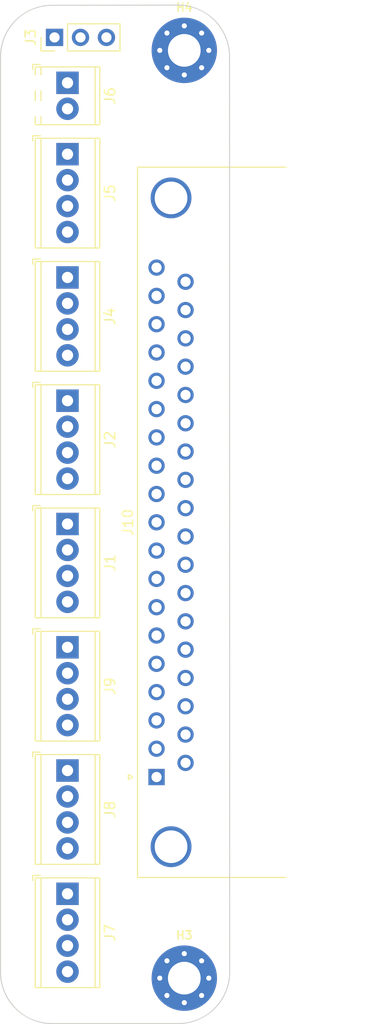
<source format=kicad_pcb>
(kicad_pcb (version 20211014) (generator pcbnew)
  (layers (0 "F.Cu" signal) (31 "B.Cu" signal) (34 "B.Paste" user) (35 "F.Paste" user) (36 "B.SilkS" user "B.Silkscreen") (37 "F.SilkS" user "F.Silkscreen") (38 "B.Mask" user) (39 "F.Mask" user) (44 "Edge.Cuts" user))
  (net 0 "")
  (net 1 "/D3_VCC")
  (net 2 "/D3_GND")
  (net 3 "/D3_LC-")
  (net 4 "/D3_LC+")
  (net 5 "/D4_VCC")
  (net 6 "/D4_GND")
  (net 7 "/D4_LC-")
  (net 8 "/D4_LC+")
  (net 9 "/PWM_SERVO")
  (net 10 "/SERVO_VCC")
  (net 11 "/D5_VCC")
  (net 12 "/D5_GND")
  (net 13 "/LIMIT_SWITCH")
  (net 14 "/D5_LC-")
  (net 15 "/D5_LC+")
  (net 16 "/D6_VCC")
  (net 17 "/D6_GND")
  (net 18 "/D6_LC-")
  (net 19 "/D6_LC+")
  (net 20 "/LS_GND")
  (net 21 "/D0_VCC")
  (net 22 "/D0_GND")
  (net 23 "/D0_LC-")
  (net 24 "/D0_LC+")
  (net 25 "/D1_VCC")
  (net 26 "/D1_GND")
  (net 27 "/D1_LC-")
  (net 28 "/D1_LC+")
  (net 29 "/D2_VCC")
  (net 30 "/D2_GND")
  (net 31 "/D2_LC-")
  (net 32 "/D2_LC+")
  (net 37 "/SERVO_GND")
  (net 38 "GND")
  (footprint "MountingHole:MountingHole_3.2mm_M3_Pad_Via" (layer "F.Cu") (at 212.09 137.16)
    (fp_text reference "H3" (at 0 -4.2) (layer "F.SilkS") (effects (font (size 0.8 0.8))))
    (fp_text value "MountingHole_M3" hide)
    (pad "1" thru_hole circle (at 2.4 0) (size 0.8 0.8) (drill 0.5) (layers *.Cu *.Mask))
    (pad "1" thru_hole circle (at -1.697056 1.697056) (size 0.8 0.8) (drill 0.5) (layers *.Cu *.Mask))
    (pad "1" thru_hole circle (at 0 -2.4) (size 0.8 0.8) (drill 0.5) (layers *.Cu *.Mask))
    (pad "1" thru_hole circle (at -1.697056 -1.697056) (size 0.8 0.8) (drill 0.5) (layers *.Cu *.Mask))
    (pad "1" thru_hole circle (at 1.697056 -1.697056) (size 0.8 0.8) (drill 0.5) (layers *.Cu *.Mask))
    (pad "1" thru_hole circle (at 0 2.4) (size 0.8 0.8) (drill 0.5) (layers *.Cu *.Mask))
    (pad "1" thru_hole circle (at 1.697056 1.697056) (size 0.8 0.8) (drill 0.5) (layers *.Cu *.Mask))
    (pad "1" thru_hole circle (at -2.4 0) (size 0.8 0.8) (drill 0.5) (layers *.Cu *.Mask))
    (pad "1" thru_hole circle (at 0 0) (size 6.4 6.4) (drill 3.2) (layers *.Cu *.Mask))
  )
  (footprint "TerminalBlock_Phoenix:TerminalBlock_Phoenix_MPT-0,5-4-2.54_1x04_P2.54mm_Horizontal" (layer "F.Cu") (at 200.66 68.58 -90)
    (fp_text reference "J4" (at 3.81 -4.16 -90) (layer "F.SilkS"))
    (fp_text value "D5")
    (fp_line (start -1.56 -3.16) (end -1.56 3.16) (layer "F.SilkS") (width 0.12))
    (fp_line (start -1.56 2.6) (end 9.18 2.6) (layer "F.SilkS") (width 0.12))
    (fp_line (start -1.56 -3.16) (end 9.18 -3.16) (layer "F.SilkS") (width 0.12))
    (fp_line (start -1.8 2.66) (end -1.8 3.4) (layer "F.SilkS") (width 0.12))
    (fp_line (start -1.8 3.4) (end -1.3 3.4) (layer "F.SilkS") (width 0.12))
    (fp_line (start 9.18 -3.16) (end 9.18 3.16) (layer "F.SilkS") (width 0.12))
    (fp_line (start -1.56 3.16) (end 9.18 3.16) (layer "F.SilkS") (width 0.12))
    (fp_line (start -1.56 -2.7) (end 9.18 -2.7) (layer "F.SilkS") (width 0.12))
    (pad "1" thru_hole rect locked (at 0 0 270) (size 2.2 2.2) (drill 1.1) (layers *.Cu *.Mask) (net 15 "/D5_LC+"))
    (pad "2" thru_hole circle locked (at 2.54 0 270) (size 2.2 2.2) (drill 1.1) (layers *.Cu *.Mask) (net 14 "/D5_LC-"))
    (pad "3" thru_hole circle locked (at 5.08 0 270) (size 2.2 2.2) (drill 1.1) (layers *.Cu *.Mask) (net 12 "/D5_GND"))
    (pad "4" thru_hole circle locked (at 7.62 0 270) (size 2.2 2.2) (drill 1.1) (layers *.Cu *.Mask) (net 11 "/D5_VCC"))
  )
  (footprint "TerminalBlock_Phoenix:TerminalBlock_Phoenix_MPT-0,5-4-2.54_1x04_P2.54mm_Horizontal" (layer "F.Cu") (at 200.66 128.905 -90)
    (fp_text reference "J7" (at 3.81 -4.16 -90) (layer "F.SilkS"))
    (fp_text value "D0")
    (fp_line (start -1.8 3.4) (end -1.3 3.4) (layer "F.SilkS") (width 0.12))
    (fp_line (start -1.56 2.6) (end 9.18 2.6) (layer "F.SilkS") (width 0.12))
    (fp_line (start -1.8 2.66) (end -1.8 3.4) (layer "F.SilkS") (width 0.12))
    (fp_line (start -1.56 3.16) (end 9.18 3.16) (layer "F.SilkS") (width 0.12))
    (fp_line (start -1.56 -3.16) (end 9.18 -3.16) (layer "F.SilkS") (width 0.12))
    (fp_line (start 9.18 -3.16) (end 9.18 3.16) (layer "F.SilkS") (width 0.12))
    (fp_line (start -1.56 -3.16) (end -1.56 3.16) (layer "F.SilkS") (width 0.12))
    (fp_line (start -1.56 -2.7) (end 9.18 -2.7) (layer "F.SilkS") (width 0.12))
    (pad "1" thru_hole rect locked (at 0 0 270) (size 2.2 2.2) (drill 1.1) (layers *.Cu *.Mask) (net 24 "/D0_LC+"))
    (pad "2" thru_hole circle locked (at 2.54 0 270) (size 2.2 2.2) (drill 1.1) (layers *.Cu *.Mask) (net 23 "/D0_LC-"))
    (pad "3" thru_hole circle locked (at 5.08 0 270) (size 2.2 2.2) (drill 1.1) (layers *.Cu *.Mask) (net 22 "/D0_GND"))
    (pad "4" thru_hole circle locked (at 7.62 0 270) (size 2.2 2.2) (drill 1.1) (layers *.Cu *.Mask) (net 21 "/D0_VCC"))
  )
  (footprint "TerminalBlock_Phoenix:TerminalBlock_Phoenix_MPT-0,5-4-2.54_1x04_P2.54mm_Horizontal" (layer "F.Cu") (at 200.66 56.515 -90)
    (fp_text reference "J5" (at 3.81 -4.16 -90) (layer "F.SilkS"))
    (fp_text value "D6")
    (fp_line (start -1.56 -3.16) (end 9.18 -3.16) (layer "F.SilkS") (width 0.12))
    (fp_line (start -1.56 -2.7) (end 9.18 -2.7) (layer "F.SilkS") (width 0.12))
    (fp_line (start -1.56 3.16) (end 9.18 3.16) (layer "F.SilkS") (width 0.12))
    (fp_line (start -1.8 2.66) (end -1.8 3.4) (layer "F.SilkS") (width 0.12))
    (fp_line (start -1.56 2.6) (end 9.18 2.6) (layer "F.SilkS") (width 0.12))
    (fp_line (start -1.8 3.4) (end -1.3 3.4) (layer "F.SilkS") (width 0.12))
    (fp_line (start 9.18 -3.16) (end 9.18 3.16) (layer "F.SilkS") (width 0.12))
    (fp_line (start -1.56 -3.16) (end -1.56 3.16) (layer "F.SilkS") (width 0.12))
    (pad "1" thru_hole rect locked (at 0 0 270) (size 2.2 2.2) (drill 1.1) (layers *.Cu *.Mask) (net 19 "/D6_LC+"))
    (pad "2" thru_hole circle locked (at 2.54 0 270) (size 2.2 2.2) (drill 1.1) (layers *.Cu *.Mask) (net 18 "/D6_LC-"))
    (pad "3" thru_hole circle locked (at 5.08 0 270) (size 2.2 2.2) (drill 1.1) (layers *.Cu *.Mask) (net 17 "/D6_GND"))
    (pad "4" thru_hole circle locked (at 7.62 0 270) (size 2.2 2.2) (drill 1.1) (layers *.Cu *.Mask) (net 16 "/D6_VCC"))
  )
  (footprint "TerminalBlock_Phoenix:TerminalBlock_Phoenix_MPT-0,5-4-2.54_1x04_P2.54mm_Horizontal" (layer "F.Cu") (at 200.66 116.84 -90)
    (fp_text reference "J8" (at 3.81 -4.16 -90) (layer "F.SilkS"))
    (fp_text value "D1")
    (fp_line (start -1.56 2.6) (end 9.18 2.6) (layer "F.SilkS") (width 0.12))
    (fp_line (start 9.18 -3.16) (end 9.18 3.16) (layer "F.SilkS") (width 0.12))
    (fp_line (start -1.8 2.66) (end -1.8 3.4) (layer "F.SilkS") (width 0.12))
    (fp_line (start -1.8 3.4) (end -1.3 3.4) (layer "F.SilkS") (width 0.12))
    (fp_line (start -1.56 3.16) (end 9.18 3.16) (layer "F.SilkS") (width 0.12))
    (fp_line (start -1.56 -3.16) (end 9.18 -3.16) (layer "F.SilkS") (width 0.12))
    (fp_line (start -1.56 -2.7) (end 9.18 -2.7) (layer "F.SilkS") (width 0.12))
    (fp_line (start -1.56 -3.16) (end -1.56 3.16) (layer "F.SilkS") (width 0.12))
    (pad "1" thru_hole rect locked (at 0 0 270) (size 2.2 2.2) (drill 1.1) (layers *.Cu *.Mask) (net 28 "/D1_LC+"))
    (pad "2" thru_hole circle locked (at 2.54 0 270) (size 2.2 2.2) (drill 1.1) (layers *.Cu *.Mask) (net 27 "/D1_LC-"))
    (pad "3" thru_hole circle locked (at 5.08 0 270) (size 2.2 2.2) (drill 1.1) (layers *.Cu *.Mask) (net 26 "/D1_GND"))
    (pad "4" thru_hole circle locked (at 7.62 0 270) (size 2.2 2.2) (drill 1.1) (layers *.Cu *.Mask) (net 25 "/D1_VCC"))
  )
  (footprint "Connector_Dsub:DSUB-37_Male_Horizontal_P2.77x2.84mm_EdgePinOffset9.90mm_Housed_MountingHolesOffset11.32mm" (layer "F.Cu") (at 209.374669 117.475 90)
    (fp_text reference "J10" (at 24.93 -2.8 90) (layer "F.SilkS"))
    (fp_text value "Truss Connector")
    (fp_line (start 0 -2.321325) (end -0.25 -2.754338) (layer "F.SilkS") (width 0.12))
    (fp_line (start -9.83 12.68) (end -9.83 -1.86) (layer "F.SilkS") (width 0.12))
    (fp_line (start 59.69 -1.86) (end 59.69 12.68) (layer "F.SilkS") (width 0.12))
    (fp_line (start 0.25 -2.754338) (end 0 -2.321325) (layer "F.SilkS") (width 0.12))
    (fp_line (start -9.83 -1.86) (end 59.69 -1.86) (layer "F.SilkS") (width 0.12))
    (fp_line (start -0.25 -2.754338) (end 0.25 -2.754338) (layer "F.SilkS") (width 0.12))
    (pad "0" thru_hole circle locked (at -6.82 1.42 90) (size 4 4) (drill 3.2) (layers *.Cu *.Mask) (net 38 "GND"))
    (pad "0" thru_hole circle locked (at 56.68 1.42 90) (size 4 4) (drill 3.2) (layers *.Cu *.Mask) (net 38 "GND"))
    (pad "1" thru_hole rect locked (at 0 0 90) (size 1.6 1.6) (drill 1) (layers *.Cu *.Mask) (net 21 "/D0_VCC"))
    (pad "2" thru_hole circle locked (at 2.77 0 90) (size 1.6 1.6) (drill 1) (layers *.Cu *.Mask) (net 23 "/D0_LC-"))
    (pad "3" thru_hole circle locked (at 5.54 0 90) (size 1.6 1.6) (drill 1) (layers *.Cu *.Mask) (net 25 "/D1_VCC"))
    (pad "4" thru_hole circle locked (at 8.31 0 90) (size 1.6 1.6) (drill 1) (layers *.Cu *.Mask) (net 27 "/D1_LC-"))
    (pad "5" thru_hole circle locked (at 11.08 0 90) (size 1.6 1.6) (drill 1) (layers *.Cu *.Mask) (net 29 "/D2_VCC"))
    (pad "6" thru_hole circle locked (at 13.85 0 90) (size 1.6 1.6) (drill 1) (layers *.Cu *.Mask) (net 31 "/D2_LC-"))
    (pad "7" thru_hole circle locked (at 16.62 0 90) (size 1.6 1.6) (drill 1) (layers *.Cu *.Mask) (net 1 "/D3_VCC"))
    (pad "8" thru_hole circle locked (at 19.39 0 90) (size 1.6 1.6) (drill 1) (layers *.Cu *.Mask) (net 3 "/D3_LC-"))
    (pad "9" thru_hole circle locked (at 22.16 0 90) (size 1.6 1.6) (drill 1) (layers *.Cu *.Mask) (net 5 "/D4_VCC"))
    (pad "10" thru_hole circle locked (at 24.93 0 90) (size 1.6 1.6) (drill 1) (layers *.Cu *.Mask) (net 7 "/D4_LC-"))
    (pad "11" thru_hole circle locked (at 27.7 0 90) (size 1.6 1.6) (drill 1) (layers *.Cu *.Mask) (net 11 "/D5_VCC"))
    (pad "12" thru_hole circle locked (at 30.47 0 90) (size 1.6 1.6) (drill 1) (layers *.Cu *.Mask) (net 14 "/D5_LC-"))
    (pad "13" thru_hole circle locked (at 33.24 0 90) (size 1.6 1.6) (drill 1) (layers *.Cu *.Mask) (net 16 "/D6_VCC"))
    (pad "14" thru_hole circle locked (at 36.01 0 90) (size 1.6 1.6) (drill 1) (layers *.Cu *.Mask) (net 18 "/D6_LC-"))
    (pad "15" thru_hole circle locked (at 38.78 0 90) (size 1.6 1.6) (drill 1) (layers *.Cu *.Mask))
    (pad "16" thru_hole circle locked (at 41.55 0 90) (size 1.6 1.6) (drill 1) (layers *.Cu *.Mask))
    (pad "17" thru_hole circle locked (at 44.32 0 90) (size 1.6 1.6) (drill 1) (layers *.Cu *.Mask) (net 13 "/LIMIT_SWITCH"))
    (pad "18" thru_hole circle locked (at 47.09 0 90) (size 1.6 1.6) (drill 1) (layers *.Cu *.Mask) (net 9 "/PWM_SERVO"))
    (pad "19" thru_hole circle locked (at 49.86 0 90) (size 1.6 1.6) (drill 1) (layers *.Cu *.Mask) (net 37 "/SERVO_GND"))
    (pad "20" thru_hole circle locked (at 1.385 2.84 90) (size 1.6 1.6) (drill 1) (layers *.Cu *.Mask) (net 22 "/D0_GND"))
    (pad "21" thru_hole circle locked (at 4.155 2.84 90) (size 1.6 1.6) (drill 1) (layers *.Cu *.Mask) (net 24 "/D0_LC+"))
    (pad "22" thru_hole circle locked (at 6.925 2.84 90) (size 1.6 1.6) (drill 1) (layers *.Cu *.Mask) (net 26 "/D1_GND"))
    (pad "23" thru_hole circle locked (at 9.695 2.84 90) (size 1.6 1.6) (drill 1) (layers *.Cu *.Mask) (net 28 "/D1_LC+"))
    (pad "24" thru_hole circle locked (at 12.465 2.84 90) (size 1.6 1.6) (drill 1) (layers *.Cu *.Mask) (net 30 "/D2_GND"))
    (pad "25" thru_hole circle locked (at 15.235 2.84 90) (size 1.6 1.6) (drill 1) (layers *.Cu *.Mask) (net 32 "/D2_LC+"))
    (pad "26" thru_hole circle locked (at 18.005 2.84 90) (size 1.6 1.6) (drill 1) (layers *.Cu *.Mask) (net 2 "/D3_GND"))
    (pad "27" thru_hole circle locked (at 20.775 2.84 90) (size 1.6 1.6) (drill 1) (layers *.Cu *.Mask) (net 4 "/D3_LC+"))
    (pad "28" thru_hole circle locked (at 23.545 2.84 90) (size 1.6 1.6) (drill 1) (layers *.Cu *.Mask) (net 6 "/D4_GND"))
    (pad "29" thru_hole circle locked (at 26.315 2.84 90) (size 1.6 1.6) (drill 1) (layers *.Cu *.Mask) (net 8 "/D4_LC+"))
    (pad "30" thru_hole circle locked (at 29.085 2.84 90) (size 1.6 1.6) (drill 1) (layers *.Cu *.Mask) (net 12 "/D5_GND"))
    (pad "31" thru_hole circle locked (at 31.855 2.84 90) (size 1.6 1.6) (drill 1) (layers *.Cu *.Mask) (net 15 "/D5_LC+"))
    (pad "32" thru_hole circle locked (at 34.625 2.84 90) (size 1.6 1.6) (drill 1) (layers *.Cu *.Mask) (net 17 "/D6_GND"))
    (pad "33" thru_hole circle locked (at 37.395 2.84 90) (size 1.6 1.6) (drill 1) (layers *.Cu *.Mask) (net 19 "/D6_LC+"))
    (pad "34" thru_hole circle locked (at 40.165 2.84 90) (size 1.6 1.6) (drill 1) (layers *.Cu *.Mask))
    (pad "35" thru_hole circle locked (at 42.935 2.84 90) (size 1.6 1.6) (drill 1) (layers *.Cu *.Mask))
    (pad "36" thru_hole circle locked (at 45.705 2.84 90) (size 1.6 1.6) (drill 1) (layers *.Cu *.Mask) (net 20 "/LS_GND"))
    (pad "37" thru_hole circle locked (at 48.475 2.84 90) (size 1.6 1.6) (drill 1) (layers *.Cu *.Mask) (net 10 "/SERVO_VCC"))
  )
  (footprint "MountingHole:MountingHole_3.2mm_M3_Pad_Via" (layer "F.Cu") (at 212.09 46.355)
    (fp_text reference "H4" (at 0 -4.2) (layer "F.SilkS") (effects (font (size 0.8 0.8))))
    (fp_text value "MountingHole_M3" hide)
    (pad "1" thru_hole circle (at -1.697056 -1.697056) (size 0.8 0.8) (drill 0.5) (layers *.Cu *.Mask))
    (pad "1" thru_hole circle (at 0 2.4) (size 0.8 0.8) (drill 0.5) (layers *.Cu *.Mask))
    (pad "1" thru_hole circle (at 0 0) (size 6.4 6.4) (drill 3.2) (layers *.Cu *.Mask))
    (pad "1" thru_hole circle (at 0 -2.4) (size 0.8 0.8) (drill 0.5) (layers *.Cu *.Mask))
    (pad "1" thru_hole circle (at -2.4 0) (size 0.8 0.8) (drill 0.5) (layers *.Cu *.Mask))
    (pad "1" thru_hole circle (at 1.697056 1.697056) (size 0.8 0.8) (drill 0.5) (layers *.Cu *.Mask))
    (pad "1" thru_hole circle (at 1.697056 -1.697056) (size 0.8 0.8) (drill 0.5) (layers *.Cu *.Mask))
    (pad "1" thru_hole circle (at -1.697056 1.697056) (size 0.8 0.8) (drill 0.5) (layers *.Cu *.Mask))
    (pad "1" thru_hole circle (at 2.4 0) (size 0.8 0.8) (drill 0.5) (layers *.Cu *.Mask))
  )
  (footprint "TerminalBlock_Phoenix:TerminalBlock_Phoenix_MPT-0,5-4-2.54_1x04_P2.54mm_Horizontal" (layer "F.Cu") (at 200.66 80.645 -90)
    (fp_text reference "J2" (at 3.81 -4.16 -90) (layer "F.SilkS"))
    (fp_text value "D4")
    (fp_line (start -1.56 -2.7) (end 9.18 -2.7) (layer "F.SilkS") (width 0.12))
    (fp_line (start -1.8 2.66) (end -1.8 3.4) (layer "F.SilkS") (width 0.12))
    (fp_line (start -1.56 3.16) (end 9.18 3.16) (layer "F.SilkS") (width 0.12))
    (fp_line (start -1.56 -3.16) (end -1.56 3.16) (layer "F.SilkS") (width 0.12))
    (fp_line (start 9.18 -3.16) (end 9.18 3.16) (layer "F.SilkS") (width 0.12))
    (fp_line (start -1.8 3.4) (end -1.3 3.4) (layer "F.SilkS") (width 0.12))
    (fp_line (start -1.56 2.6) (end 9.18 2.6) (layer "F.SilkS") (width 0.12))
    (fp_line (start -1.56 -3.16) (end 9.18 -3.16) (layer "F.SilkS") (width 0.12))
    (pad "1" thru_hole rect locked (at 0 0 270) (size 2.2 2.2) (drill 1.1) (layers *.Cu *.Mask) (net 8 "/D4_LC+"))
    (pad "2" thru_hole circle locked (at 2.54 0 270) (size 2.2 2.2) (drill 1.1) (layers *.Cu *.Mask) (net 7 "/D4_LC-"))
    (pad "3" thru_hole circle locked (at 5.08 0 270) (size 2.2 2.2) (drill 1.1) (layers *.Cu *.Mask) (net 6 "/D4_GND"))
    (pad "4" thru_hole circle locked (at 7.62 0 270) (size 2.2 2.2) (drill 1.1) (layers *.Cu *.Mask) (net 5 "/D4_VCC"))
  )
  (footprint "Connector_PinHeader_2.54mm:PinHeader_1x03_P2.54mm_Vertical" (layer "F.Cu") (at 199.39 45.085 90)
    (fp_text reference "J3" (at 0 -2.33 90) (layer "F.SilkS"))
    (fp_text value "Servo")
    (fp_line (start -1.33 1.27) (end 1.33 1.27) (layer "F.SilkS") (width 0.12))
    (fp_line (start -1.33 1.27) (end -1.33 6.41) (layer "F.SilkS") (width 0.12))
    (fp_line (start -1.33 -1.33) (end 0 -1.33) (layer "F.SilkS") (width 0.12))
    (fp_line (start -1.33 6.41) (end 1.33 6.41) (layer "F.SilkS") (width 0.12))
    (fp_line (start 1.33 1.27) (end 1.33 6.41) (layer "F.SilkS") (width 0.12))
    (fp_line (start -1.33 0) (end -1.33 -1.33) (layer "F.SilkS") (width 0.12))
    (pad "1" thru_hole rect locked (at 0 0 90) (size 1.7 1.7) (drill 1) (layers *.Cu *.Mask) (net 9 "/PWM_SERVO"))
    (pad "2" thru_hole oval locked (at 0 2.54 90) (size 1.7 1.7) (drill 1) (layers *.Cu *.Mask) (net 10 "/SERVO_VCC"))
    (pad "3" thru_hole oval locked (at 0 5.08 90) (size 1.7 1.7) (drill 1) (layers *.Cu *.Mask) (net 37 "/SERVO_GND"))
  )
  (footprint "TerminalBlock_Phoenix:TerminalBlock_Phoenix_MPT-0,5-4-2.54_1x04_P2.54mm_Horizontal" (layer "F.Cu") (at 200.66 104.775 -90)
    (fp_text reference "J9" (at 3.81 -4.16 -90) (layer "F.SilkS"))
    (fp_text value "D2")
    (fp_line (start -1.8 2.66) (end -1.8 3.4) (layer "F.SilkS") (width 0.12))
    (fp_line (start -1.56 3.16) (end 9.18 3.16) (layer "F.SilkS") (width 0.12))
    (fp_line (start 9.18 -3.16) (end 9.18 3.16) (layer "F.SilkS") (width 0.12))
    (fp_line (start -1.56 -3.16) (end -1.56 3.16) (layer "F.SilkS") (width 0.12))
    (fp_line (start -1.56 -2.7) (end 9.18 -2.7) (layer "F.SilkS") (width 0.12))
    (fp_line (start -1.56 2.6) (end 9.18 2.6) (layer "F.SilkS") (width 0.12))
    (fp_line (start -1.56 -3.16) (end 9.18 -3.16) (layer "F.SilkS") (width 0.12))
    (fp_line (start -1.8 3.4) (end -1.3 3.4) (layer "F.SilkS") (width 0.12))
    (pad "1" thru_hole rect locked (at 0 0 270) (size 2.2 2.2) (drill 1.1) (layers *.Cu *.Mask) (net 32 "/D2_LC+"))
    (pad "2" thru_hole circle locked (at 2.54 0 270) (size 2.2 2.2) (drill 1.1) (layers *.Cu *.Mask) (net 31 "/D2_LC-"))
    (pad "3" thru_hole circle locked (at 5.08 0 270) (size 2.2 2.2) (drill 1.1) (layers *.Cu *.Mask) (net 30 "/D2_GND"))
    (pad "4" thru_hole circle locked (at 7.62 0 270) (size 2.2 2.2) (drill 1.1) (layers *.Cu *.Mask) (net 29 "/D2_VCC"))
  )
  (footprint "TerminalBlock_Phoenix:TerminalBlock_Phoenix_MPT-0,5-2-2.54_1x02_P2.54mm_Horizontal" (layer "F.Cu") (at 200.66 49.53 -90)
    (fp_text reference "J6" (at 1.27 -4.16 -90) (layer "F.SilkS"))
    (fp_text value "LimitSwitch")
    (fp_line (start -1.8 3.4) (end -1.3 3.4) (layer "F.SilkS") (width 0.12))
    (fp_line (start 3.33 2.6) (end 4.1 2.6) (layer "F.SilkS") (width 0.12))
    (fp_line (start -1.56 3.16) (end -0.79 3.16) (layer "F.SilkS") (width 0.12))
    (fp_line (start 4.1 -3.16) (end 4.1 3.16) (layer "F.SilkS") (width 0.12))
    (fp_line (start -1.56 -3.16) (end 4.1 -3.16) (layer "F.SilkS") (width 0.12))
    (fp_line (start 3.33 3.16) (end 4.1 3.16) (layer "F.SilkS") (width 0.12))
    (fp_line (start -1.56 2.6) (end -0.79 2.6) (layer "F.SilkS") (width 0.12))
    (fp_line (start 0.79 3.16) (end 1.75 3.16) (layer "F.SilkS") (width 0.12))
    (fp_line (start -1.8 2.66) (end -1.8 3.4) (layer "F.SilkS") (width 0.12))
    (fp_line (start -1.56 -3.16) (end -1.56 3.16) (layer "F.SilkS") (width 0.12))
    (fp_line (start -1.56 -2.7) (end 4.1 -2.7) (layer "F.SilkS") (width 0.12))
    (fp_line (start 0.79 2.6) (end 1.75 2.6) (layer "F.SilkS") (width 0.12))
    (pad "" np_thru_hole circle locked (at 0 2.54 270) (size 1.1 1.1) (drill 1.1) (layers *.Cu *.Mask))
    (pad "" np_thru_hole circle locked (at 2.54 2.54 270) (size 1.1 1.1) (drill 1.1) (layers *.Cu *.Mask))
    (pad "1" thru_hole rect locked (at 0 0 270) (size 2.2 2.2) (drill 1.1) (layers *.Cu *.Mask) (net 20 "/LS_GND"))
    (pad "2" thru_hole circle locked (at 2.54 0 270) (size 2.2 2.2) (drill 1.1) (layers *.Cu *.Mask) (net 13 "/LIMIT_SWITCH"))
  )
  (footprint "TerminalBlock_Phoenix:TerminalBlock_Phoenix_MPT-0,5-4-2.54_1x04_P2.54mm_Horizontal" (layer "F.Cu") (at 200.66 92.71 -90)
    (fp_text reference "J1" (at 3.81 -4.16 -90) (layer "F.SilkS"))
    (fp_text value "D3")
    (fp_line (start -1.56 3.16) (end 9.18 3.16) (layer "F.SilkS") (width 0.12))
    (fp_line (start 9.18 -3.16) (end 9.18 3.16) (layer "F.SilkS") (width 0.12))
    (fp_line (start -1.56 -3.16) (end 9.18 -3.16) (layer "F.SilkS") (width 0.12))
    (fp_line (start -1.56 2.6) (end 9.18 2.6) (layer "F.SilkS") (width 0.12))
    (fp_line (start -1.8 3.4) (end -1.3 3.4) (layer "F.SilkS") (width 0.12))
    (fp_line (start -1.56 -3.16) (end -1.56 3.16) (layer "F.SilkS") (width 0.12))
    (fp_line (start -1.56 -2.7) (end 9.18 -2.7) (layer "F.SilkS") (width 0.12))
    (fp_line (start -1.8 2.66) (end -1.8 3.4) (layer "F.SilkS") (width 0.12))
    (pad "1" thru_hole rect locked (at 0 0 270) (size 2.2 2.2) (drill 1.1) (layers *.Cu *.Mask) (net 4 "/D3_LC+"))
    (pad "2" thru_hole circle locked (at 2.54 0 270) (size 2.2 2.2) (drill 1.1) (layers *.Cu *.Mask) (net 3 "/D3_LC-"))
    (pad "3" thru_hole circle locked (at 5.08 0 270) (size 2.2 2.2) (drill 1.1) (layers *.Cu *.Mask) (net 2 "/D3_GND"))
    (pad "4" thru_hole circle locked (at 7.62 0 270) (size 2.2 2.2) (drill 1.1) (layers *.Cu *.Mask) (net 1 "/D3_VCC"))
  )
  (gr_line (start 211.48691 141.605001) (end 199.149539 141.605) (layer "Edge.Cuts") (width 0.1))
  (gr_line (start 194.101449 136.55691) (end 194.101449 46.99) (layer "Edge.Cuts") (width 0.1))
  (gr_arc (start 199.149539 141.605) (mid 195.58 140.126449) (end 194.101449 136.55691) (layer "Edge.Cuts") (width 0.1))
  (gr_arc (start 194.101449 46.99) (mid 195.58 43.420462) (end 199.149538 41.941911) (layer "Edge.Cuts") (width 0.1))
  (gr_line (start 199.149538 41.941911) (end 211.470955 41.925956) (layer "Edge.Cuts") (width 0.1))
  (gr_line (start 216.519045 47.005956) (end 216.535 136.556911) (layer "Edge.Cuts") (width 0.1))
  (gr_arc (start 211.470955 41.925956) (mid 215.051793 43.415801) (end 216.519045 47.005956) (layer "Edge.Cuts") (width 0.1))
  (gr_arc (start 216.535 136.556911) (mid 215.056448 140.126449) (end 211.48691 141.605001) (layer "Edge.Cuts") (width 0.1))
)
</source>
